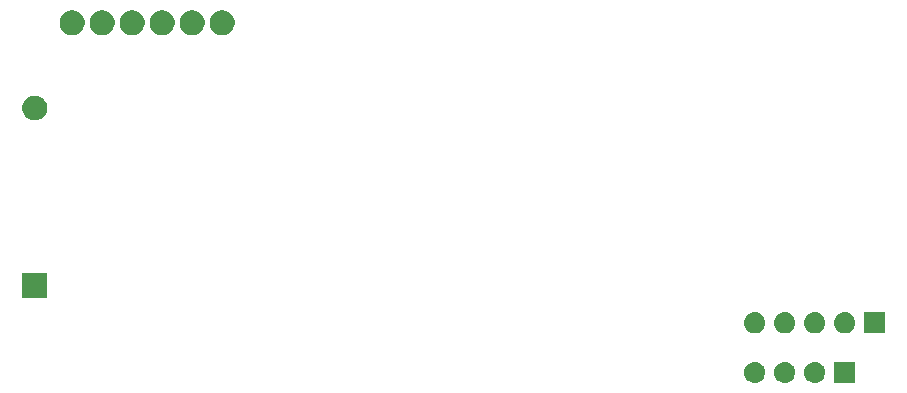
<source format=gbs>
G04 #@! TF.GenerationSoftware,KiCad,Pcbnew,5.1.2*
G04 #@! TF.CreationDate,2019-08-07T15:52:47+02:00*
G04 #@! TF.ProjectId,wifisensor-dual-cpu,77696669-7365-46e7-936f-722d6475616c,rev?*
G04 #@! TF.SameCoordinates,Original*
G04 #@! TF.FileFunction,Soldermask,Bot*
G04 #@! TF.FilePolarity,Negative*
%FSLAX46Y46*%
G04 Gerber Fmt 4.6, Leading zero omitted, Abs format (unit mm)*
G04 Created by KiCad (PCBNEW 5.1.2) date 2019-08-07 15:52:47*
%MOMM*%
%LPD*%
G04 APERTURE LIST*
%ADD10C,0.100000*%
G04 APERTURE END LIST*
D10*
G36*
X131555443Y-61105519D02*
G01*
X131621627Y-61112037D01*
X131791466Y-61163557D01*
X131947991Y-61247222D01*
X131983729Y-61276552D01*
X132085186Y-61359814D01*
X132168448Y-61461271D01*
X132197778Y-61497009D01*
X132281443Y-61653534D01*
X132332963Y-61823373D01*
X132350359Y-62000000D01*
X132332963Y-62176627D01*
X132281443Y-62346466D01*
X132197778Y-62502991D01*
X132168448Y-62538729D01*
X132085186Y-62640186D01*
X131983729Y-62723448D01*
X131947991Y-62752778D01*
X131791466Y-62836443D01*
X131621627Y-62887963D01*
X131555442Y-62894482D01*
X131489260Y-62901000D01*
X131400740Y-62901000D01*
X131334558Y-62894482D01*
X131268373Y-62887963D01*
X131098534Y-62836443D01*
X130942009Y-62752778D01*
X130906271Y-62723448D01*
X130804814Y-62640186D01*
X130721552Y-62538729D01*
X130692222Y-62502991D01*
X130608557Y-62346466D01*
X130557037Y-62176627D01*
X130539641Y-62000000D01*
X130557037Y-61823373D01*
X130608557Y-61653534D01*
X130692222Y-61497009D01*
X130721552Y-61461271D01*
X130804814Y-61359814D01*
X130906271Y-61276552D01*
X130942009Y-61247222D01*
X131098534Y-61163557D01*
X131268373Y-61112037D01*
X131334557Y-61105519D01*
X131400740Y-61099000D01*
X131489260Y-61099000D01*
X131555443Y-61105519D01*
X131555443Y-61105519D01*
G37*
G36*
X129015443Y-61105519D02*
G01*
X129081627Y-61112037D01*
X129251466Y-61163557D01*
X129407991Y-61247222D01*
X129443729Y-61276552D01*
X129545186Y-61359814D01*
X129628448Y-61461271D01*
X129657778Y-61497009D01*
X129741443Y-61653534D01*
X129792963Y-61823373D01*
X129810359Y-62000000D01*
X129792963Y-62176627D01*
X129741443Y-62346466D01*
X129657778Y-62502991D01*
X129628448Y-62538729D01*
X129545186Y-62640186D01*
X129443729Y-62723448D01*
X129407991Y-62752778D01*
X129251466Y-62836443D01*
X129081627Y-62887963D01*
X129015442Y-62894482D01*
X128949260Y-62901000D01*
X128860740Y-62901000D01*
X128794558Y-62894482D01*
X128728373Y-62887963D01*
X128558534Y-62836443D01*
X128402009Y-62752778D01*
X128366271Y-62723448D01*
X128264814Y-62640186D01*
X128181552Y-62538729D01*
X128152222Y-62502991D01*
X128068557Y-62346466D01*
X128017037Y-62176627D01*
X127999641Y-62000000D01*
X128017037Y-61823373D01*
X128068557Y-61653534D01*
X128152222Y-61497009D01*
X128181552Y-61461271D01*
X128264814Y-61359814D01*
X128366271Y-61276552D01*
X128402009Y-61247222D01*
X128558534Y-61163557D01*
X128728373Y-61112037D01*
X128794557Y-61105519D01*
X128860740Y-61099000D01*
X128949260Y-61099000D01*
X129015443Y-61105519D01*
X129015443Y-61105519D01*
G37*
G36*
X137426000Y-62901000D02*
G01*
X135624000Y-62901000D01*
X135624000Y-61099000D01*
X137426000Y-61099000D01*
X137426000Y-62901000D01*
X137426000Y-62901000D01*
G37*
G36*
X134095443Y-61105519D02*
G01*
X134161627Y-61112037D01*
X134331466Y-61163557D01*
X134487991Y-61247222D01*
X134523729Y-61276552D01*
X134625186Y-61359814D01*
X134708448Y-61461271D01*
X134737778Y-61497009D01*
X134821443Y-61653534D01*
X134872963Y-61823373D01*
X134890359Y-62000000D01*
X134872963Y-62176627D01*
X134821443Y-62346466D01*
X134737778Y-62502991D01*
X134708448Y-62538729D01*
X134625186Y-62640186D01*
X134523729Y-62723448D01*
X134487991Y-62752778D01*
X134331466Y-62836443D01*
X134161627Y-62887963D01*
X134095442Y-62894482D01*
X134029260Y-62901000D01*
X133940740Y-62901000D01*
X133874558Y-62894482D01*
X133808373Y-62887963D01*
X133638534Y-62836443D01*
X133482009Y-62752778D01*
X133446271Y-62723448D01*
X133344814Y-62640186D01*
X133261552Y-62538729D01*
X133232222Y-62502991D01*
X133148557Y-62346466D01*
X133097037Y-62176627D01*
X133079641Y-62000000D01*
X133097037Y-61823373D01*
X133148557Y-61653534D01*
X133232222Y-61497009D01*
X133261552Y-61461271D01*
X133344814Y-61359814D01*
X133446271Y-61276552D01*
X133482009Y-61247222D01*
X133638534Y-61163557D01*
X133808373Y-61112037D01*
X133874557Y-61105519D01*
X133940740Y-61099000D01*
X134029260Y-61099000D01*
X134095443Y-61105519D01*
X134095443Y-61105519D01*
G37*
G36*
X139966000Y-58686000D02*
G01*
X138164000Y-58686000D01*
X138164000Y-56884000D01*
X139966000Y-56884000D01*
X139966000Y-58686000D01*
X139966000Y-58686000D01*
G37*
G36*
X136635442Y-56890518D02*
G01*
X136701627Y-56897037D01*
X136871466Y-56948557D01*
X137027991Y-57032222D01*
X137063729Y-57061552D01*
X137165186Y-57144814D01*
X137248448Y-57246271D01*
X137277778Y-57282009D01*
X137361443Y-57438534D01*
X137412963Y-57608373D01*
X137430359Y-57785000D01*
X137412963Y-57961627D01*
X137361443Y-58131466D01*
X137277778Y-58287991D01*
X137248448Y-58323729D01*
X137165186Y-58425186D01*
X137063729Y-58508448D01*
X137027991Y-58537778D01*
X136871466Y-58621443D01*
X136701627Y-58672963D01*
X136635442Y-58679482D01*
X136569260Y-58686000D01*
X136480740Y-58686000D01*
X136414558Y-58679482D01*
X136348373Y-58672963D01*
X136178534Y-58621443D01*
X136022009Y-58537778D01*
X135986271Y-58508448D01*
X135884814Y-58425186D01*
X135801552Y-58323729D01*
X135772222Y-58287991D01*
X135688557Y-58131466D01*
X135637037Y-57961627D01*
X135619641Y-57785000D01*
X135637037Y-57608373D01*
X135688557Y-57438534D01*
X135772222Y-57282009D01*
X135801552Y-57246271D01*
X135884814Y-57144814D01*
X135986271Y-57061552D01*
X136022009Y-57032222D01*
X136178534Y-56948557D01*
X136348373Y-56897037D01*
X136414558Y-56890518D01*
X136480740Y-56884000D01*
X136569260Y-56884000D01*
X136635442Y-56890518D01*
X136635442Y-56890518D01*
G37*
G36*
X134095442Y-56890518D02*
G01*
X134161627Y-56897037D01*
X134331466Y-56948557D01*
X134487991Y-57032222D01*
X134523729Y-57061552D01*
X134625186Y-57144814D01*
X134708448Y-57246271D01*
X134737778Y-57282009D01*
X134821443Y-57438534D01*
X134872963Y-57608373D01*
X134890359Y-57785000D01*
X134872963Y-57961627D01*
X134821443Y-58131466D01*
X134737778Y-58287991D01*
X134708448Y-58323729D01*
X134625186Y-58425186D01*
X134523729Y-58508448D01*
X134487991Y-58537778D01*
X134331466Y-58621443D01*
X134161627Y-58672963D01*
X134095442Y-58679482D01*
X134029260Y-58686000D01*
X133940740Y-58686000D01*
X133874558Y-58679482D01*
X133808373Y-58672963D01*
X133638534Y-58621443D01*
X133482009Y-58537778D01*
X133446271Y-58508448D01*
X133344814Y-58425186D01*
X133261552Y-58323729D01*
X133232222Y-58287991D01*
X133148557Y-58131466D01*
X133097037Y-57961627D01*
X133079641Y-57785000D01*
X133097037Y-57608373D01*
X133148557Y-57438534D01*
X133232222Y-57282009D01*
X133261552Y-57246271D01*
X133344814Y-57144814D01*
X133446271Y-57061552D01*
X133482009Y-57032222D01*
X133638534Y-56948557D01*
X133808373Y-56897037D01*
X133874558Y-56890518D01*
X133940740Y-56884000D01*
X134029260Y-56884000D01*
X134095442Y-56890518D01*
X134095442Y-56890518D01*
G37*
G36*
X131555442Y-56890518D02*
G01*
X131621627Y-56897037D01*
X131791466Y-56948557D01*
X131947991Y-57032222D01*
X131983729Y-57061552D01*
X132085186Y-57144814D01*
X132168448Y-57246271D01*
X132197778Y-57282009D01*
X132281443Y-57438534D01*
X132332963Y-57608373D01*
X132350359Y-57785000D01*
X132332963Y-57961627D01*
X132281443Y-58131466D01*
X132197778Y-58287991D01*
X132168448Y-58323729D01*
X132085186Y-58425186D01*
X131983729Y-58508448D01*
X131947991Y-58537778D01*
X131791466Y-58621443D01*
X131621627Y-58672963D01*
X131555442Y-58679482D01*
X131489260Y-58686000D01*
X131400740Y-58686000D01*
X131334558Y-58679482D01*
X131268373Y-58672963D01*
X131098534Y-58621443D01*
X130942009Y-58537778D01*
X130906271Y-58508448D01*
X130804814Y-58425186D01*
X130721552Y-58323729D01*
X130692222Y-58287991D01*
X130608557Y-58131466D01*
X130557037Y-57961627D01*
X130539641Y-57785000D01*
X130557037Y-57608373D01*
X130608557Y-57438534D01*
X130692222Y-57282009D01*
X130721552Y-57246271D01*
X130804814Y-57144814D01*
X130906271Y-57061552D01*
X130942009Y-57032222D01*
X131098534Y-56948557D01*
X131268373Y-56897037D01*
X131334558Y-56890518D01*
X131400740Y-56884000D01*
X131489260Y-56884000D01*
X131555442Y-56890518D01*
X131555442Y-56890518D01*
G37*
G36*
X129015442Y-56890518D02*
G01*
X129081627Y-56897037D01*
X129251466Y-56948557D01*
X129407991Y-57032222D01*
X129443729Y-57061552D01*
X129545186Y-57144814D01*
X129628448Y-57246271D01*
X129657778Y-57282009D01*
X129741443Y-57438534D01*
X129792963Y-57608373D01*
X129810359Y-57785000D01*
X129792963Y-57961627D01*
X129741443Y-58131466D01*
X129657778Y-58287991D01*
X129628448Y-58323729D01*
X129545186Y-58425186D01*
X129443729Y-58508448D01*
X129407991Y-58537778D01*
X129251466Y-58621443D01*
X129081627Y-58672963D01*
X129015442Y-58679482D01*
X128949260Y-58686000D01*
X128860740Y-58686000D01*
X128794558Y-58679482D01*
X128728373Y-58672963D01*
X128558534Y-58621443D01*
X128402009Y-58537778D01*
X128366271Y-58508448D01*
X128264814Y-58425186D01*
X128181552Y-58323729D01*
X128152222Y-58287991D01*
X128068557Y-58131466D01*
X128017037Y-57961627D01*
X127999641Y-57785000D01*
X128017037Y-57608373D01*
X128068557Y-57438534D01*
X128152222Y-57282009D01*
X128181552Y-57246271D01*
X128264814Y-57144814D01*
X128366271Y-57061552D01*
X128402009Y-57032222D01*
X128558534Y-56948557D01*
X128728373Y-56897037D01*
X128794558Y-56890518D01*
X128860740Y-56884000D01*
X128949260Y-56884000D01*
X129015442Y-56890518D01*
X129015442Y-56890518D01*
G37*
G36*
X68996000Y-55661000D02*
G01*
X66894000Y-55661000D01*
X66894000Y-53559000D01*
X68996000Y-53559000D01*
X68996000Y-55661000D01*
X68996000Y-55661000D01*
G37*
G36*
X68251564Y-38609389D02*
G01*
X68442833Y-38688615D01*
X68442835Y-38688616D01*
X68614973Y-38803635D01*
X68761365Y-38950027D01*
X68876385Y-39122167D01*
X68955611Y-39313436D01*
X68996000Y-39516484D01*
X68996000Y-39723516D01*
X68955611Y-39926564D01*
X68876385Y-40117833D01*
X68876384Y-40117835D01*
X68761365Y-40289973D01*
X68614973Y-40436365D01*
X68442835Y-40551384D01*
X68442834Y-40551385D01*
X68442833Y-40551385D01*
X68251564Y-40630611D01*
X68048516Y-40671000D01*
X67841484Y-40671000D01*
X67638436Y-40630611D01*
X67447167Y-40551385D01*
X67447166Y-40551385D01*
X67447165Y-40551384D01*
X67275027Y-40436365D01*
X67128635Y-40289973D01*
X67013616Y-40117835D01*
X67013615Y-40117833D01*
X66934389Y-39926564D01*
X66894000Y-39723516D01*
X66894000Y-39516484D01*
X66934389Y-39313436D01*
X67013615Y-39122167D01*
X67128635Y-38950027D01*
X67275027Y-38803635D01*
X67447165Y-38688616D01*
X67447167Y-38688615D01*
X67638436Y-38609389D01*
X67841484Y-38569000D01*
X68048516Y-38569000D01*
X68251564Y-38609389D01*
X68251564Y-38609389D01*
G37*
G36*
X76506564Y-31374389D02*
G01*
X76697833Y-31453615D01*
X76697835Y-31453616D01*
X76869973Y-31568635D01*
X77016365Y-31715027D01*
X77131385Y-31887167D01*
X77210611Y-32078436D01*
X77251000Y-32281484D01*
X77251000Y-32488516D01*
X77210611Y-32691564D01*
X77131385Y-32882833D01*
X77131384Y-32882835D01*
X77016365Y-33054973D01*
X76869973Y-33201365D01*
X76697835Y-33316384D01*
X76697834Y-33316385D01*
X76697833Y-33316385D01*
X76506564Y-33395611D01*
X76303516Y-33436000D01*
X76096484Y-33436000D01*
X75893436Y-33395611D01*
X75702167Y-33316385D01*
X75702166Y-33316385D01*
X75702165Y-33316384D01*
X75530027Y-33201365D01*
X75383635Y-33054973D01*
X75268616Y-32882835D01*
X75268615Y-32882833D01*
X75189389Y-32691564D01*
X75149000Y-32488516D01*
X75149000Y-32281484D01*
X75189389Y-32078436D01*
X75268615Y-31887167D01*
X75383635Y-31715027D01*
X75530027Y-31568635D01*
X75702165Y-31453616D01*
X75702167Y-31453615D01*
X75893436Y-31374389D01*
X76096484Y-31334000D01*
X76303516Y-31334000D01*
X76506564Y-31374389D01*
X76506564Y-31374389D01*
G37*
G36*
X73966564Y-31374389D02*
G01*
X74157833Y-31453615D01*
X74157835Y-31453616D01*
X74329973Y-31568635D01*
X74476365Y-31715027D01*
X74591385Y-31887167D01*
X74670611Y-32078436D01*
X74711000Y-32281484D01*
X74711000Y-32488516D01*
X74670611Y-32691564D01*
X74591385Y-32882833D01*
X74591384Y-32882835D01*
X74476365Y-33054973D01*
X74329973Y-33201365D01*
X74157835Y-33316384D01*
X74157834Y-33316385D01*
X74157833Y-33316385D01*
X73966564Y-33395611D01*
X73763516Y-33436000D01*
X73556484Y-33436000D01*
X73353436Y-33395611D01*
X73162167Y-33316385D01*
X73162166Y-33316385D01*
X73162165Y-33316384D01*
X72990027Y-33201365D01*
X72843635Y-33054973D01*
X72728616Y-32882835D01*
X72728615Y-32882833D01*
X72649389Y-32691564D01*
X72609000Y-32488516D01*
X72609000Y-32281484D01*
X72649389Y-32078436D01*
X72728615Y-31887167D01*
X72843635Y-31715027D01*
X72990027Y-31568635D01*
X73162165Y-31453616D01*
X73162167Y-31453615D01*
X73353436Y-31374389D01*
X73556484Y-31334000D01*
X73763516Y-31334000D01*
X73966564Y-31374389D01*
X73966564Y-31374389D01*
G37*
G36*
X71426564Y-31374389D02*
G01*
X71617833Y-31453615D01*
X71617835Y-31453616D01*
X71789973Y-31568635D01*
X71936365Y-31715027D01*
X72051385Y-31887167D01*
X72130611Y-32078436D01*
X72171000Y-32281484D01*
X72171000Y-32488516D01*
X72130611Y-32691564D01*
X72051385Y-32882833D01*
X72051384Y-32882835D01*
X71936365Y-33054973D01*
X71789973Y-33201365D01*
X71617835Y-33316384D01*
X71617834Y-33316385D01*
X71617833Y-33316385D01*
X71426564Y-33395611D01*
X71223516Y-33436000D01*
X71016484Y-33436000D01*
X70813436Y-33395611D01*
X70622167Y-33316385D01*
X70622166Y-33316385D01*
X70622165Y-33316384D01*
X70450027Y-33201365D01*
X70303635Y-33054973D01*
X70188616Y-32882835D01*
X70188615Y-32882833D01*
X70109389Y-32691564D01*
X70069000Y-32488516D01*
X70069000Y-32281484D01*
X70109389Y-32078436D01*
X70188615Y-31887167D01*
X70303635Y-31715027D01*
X70450027Y-31568635D01*
X70622165Y-31453616D01*
X70622167Y-31453615D01*
X70813436Y-31374389D01*
X71016484Y-31334000D01*
X71223516Y-31334000D01*
X71426564Y-31374389D01*
X71426564Y-31374389D01*
G37*
G36*
X79046564Y-31374389D02*
G01*
X79237833Y-31453615D01*
X79237835Y-31453616D01*
X79409973Y-31568635D01*
X79556365Y-31715027D01*
X79671385Y-31887167D01*
X79750611Y-32078436D01*
X79791000Y-32281484D01*
X79791000Y-32488516D01*
X79750611Y-32691564D01*
X79671385Y-32882833D01*
X79671384Y-32882835D01*
X79556365Y-33054973D01*
X79409973Y-33201365D01*
X79237835Y-33316384D01*
X79237834Y-33316385D01*
X79237833Y-33316385D01*
X79046564Y-33395611D01*
X78843516Y-33436000D01*
X78636484Y-33436000D01*
X78433436Y-33395611D01*
X78242167Y-33316385D01*
X78242166Y-33316385D01*
X78242165Y-33316384D01*
X78070027Y-33201365D01*
X77923635Y-33054973D01*
X77808616Y-32882835D01*
X77808615Y-32882833D01*
X77729389Y-32691564D01*
X77689000Y-32488516D01*
X77689000Y-32281484D01*
X77729389Y-32078436D01*
X77808615Y-31887167D01*
X77923635Y-31715027D01*
X78070027Y-31568635D01*
X78242165Y-31453616D01*
X78242167Y-31453615D01*
X78433436Y-31374389D01*
X78636484Y-31334000D01*
X78843516Y-31334000D01*
X79046564Y-31374389D01*
X79046564Y-31374389D01*
G37*
G36*
X81586564Y-31374389D02*
G01*
X81777833Y-31453615D01*
X81777835Y-31453616D01*
X81949973Y-31568635D01*
X82096365Y-31715027D01*
X82211385Y-31887167D01*
X82290611Y-32078436D01*
X82331000Y-32281484D01*
X82331000Y-32488516D01*
X82290611Y-32691564D01*
X82211385Y-32882833D01*
X82211384Y-32882835D01*
X82096365Y-33054973D01*
X81949973Y-33201365D01*
X81777835Y-33316384D01*
X81777834Y-33316385D01*
X81777833Y-33316385D01*
X81586564Y-33395611D01*
X81383516Y-33436000D01*
X81176484Y-33436000D01*
X80973436Y-33395611D01*
X80782167Y-33316385D01*
X80782166Y-33316385D01*
X80782165Y-33316384D01*
X80610027Y-33201365D01*
X80463635Y-33054973D01*
X80348616Y-32882835D01*
X80348615Y-32882833D01*
X80269389Y-32691564D01*
X80229000Y-32488516D01*
X80229000Y-32281484D01*
X80269389Y-32078436D01*
X80348615Y-31887167D01*
X80463635Y-31715027D01*
X80610027Y-31568635D01*
X80782165Y-31453616D01*
X80782167Y-31453615D01*
X80973436Y-31374389D01*
X81176484Y-31334000D01*
X81383516Y-31334000D01*
X81586564Y-31374389D01*
X81586564Y-31374389D01*
G37*
G36*
X84126564Y-31374389D02*
G01*
X84317833Y-31453615D01*
X84317835Y-31453616D01*
X84489973Y-31568635D01*
X84636365Y-31715027D01*
X84751385Y-31887167D01*
X84830611Y-32078436D01*
X84871000Y-32281484D01*
X84871000Y-32488516D01*
X84830611Y-32691564D01*
X84751385Y-32882833D01*
X84751384Y-32882835D01*
X84636365Y-33054973D01*
X84489973Y-33201365D01*
X84317835Y-33316384D01*
X84317834Y-33316385D01*
X84317833Y-33316385D01*
X84126564Y-33395611D01*
X83923516Y-33436000D01*
X83716484Y-33436000D01*
X83513436Y-33395611D01*
X83322167Y-33316385D01*
X83322166Y-33316385D01*
X83322165Y-33316384D01*
X83150027Y-33201365D01*
X83003635Y-33054973D01*
X82888616Y-32882835D01*
X82888615Y-32882833D01*
X82809389Y-32691564D01*
X82769000Y-32488516D01*
X82769000Y-32281484D01*
X82809389Y-32078436D01*
X82888615Y-31887167D01*
X83003635Y-31715027D01*
X83150027Y-31568635D01*
X83322165Y-31453616D01*
X83322167Y-31453615D01*
X83513436Y-31374389D01*
X83716484Y-31334000D01*
X83923516Y-31334000D01*
X84126564Y-31374389D01*
X84126564Y-31374389D01*
G37*
M02*

</source>
